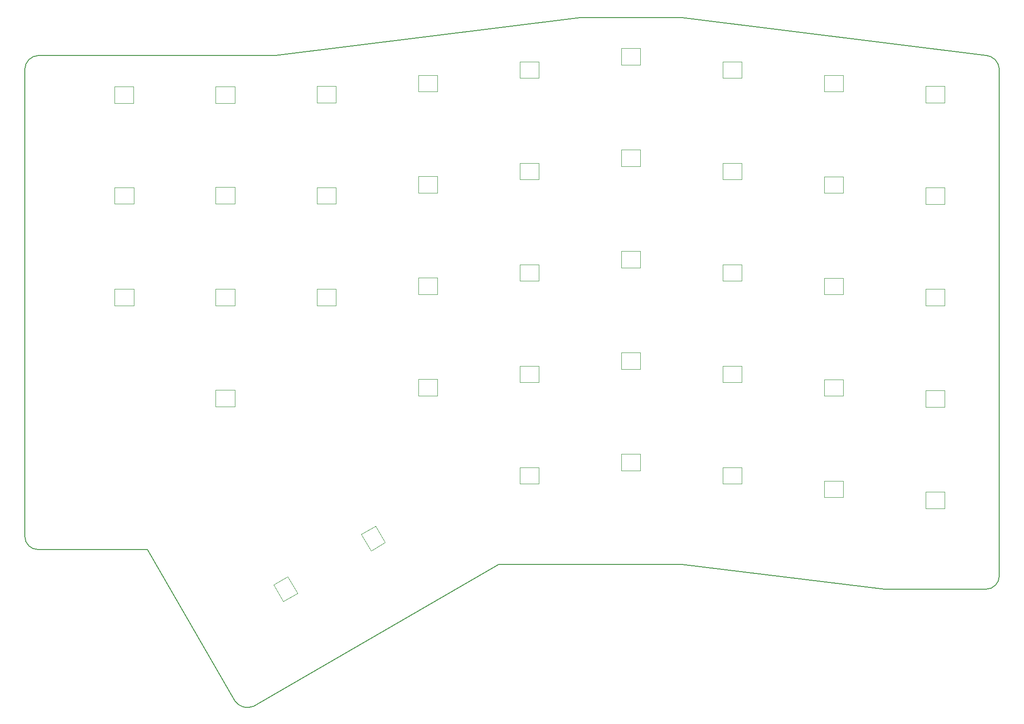
<source format=gm1>
G04 #@! TF.GenerationSoftware,KiCad,Pcbnew,8.0.6-8.0.6-0~ubuntu24.04.1*
G04 #@! TF.CreationDate,2024-10-27T13:02:53+01:00*
G04 #@! TF.ProjectId,NomadKeyboard,4e6f6d61-644b-4657-9962-6f6172642e6b,rev?*
G04 #@! TF.SameCoordinates,Original*
G04 #@! TF.FileFunction,Profile,NP*
%FSLAX46Y46*%
G04 Gerber Fmt 4.6, Leading zero omitted, Abs format (unit mm)*
G04 Created by KiCad (PCBNEW 8.0.6-8.0.6-0~ubuntu24.04.1) date 2024-10-27 13:02:53*
%MOMM*%
%LPD*%
G01*
G04 APERTURE LIST*
G04 #@! TA.AperFunction,Profile*
%ADD10C,0.150000*%
G04 #@! TD*
G04 #@! TA.AperFunction,Profile*
%ADD11C,0.120000*%
G04 #@! TD*
G04 APERTURE END LIST*
D10*
X84323143Y-161339883D02*
X67894832Y-132885213D01*
X149129117Y-32982640D02*
X91964120Y-40077640D01*
X44849041Y-130402640D02*
X44851703Y-42692494D01*
X227829120Y-42582640D02*
X227829120Y-137834875D01*
X44851703Y-42692494D02*
G75*
G02*
X47439120Y-40102651I2639997J-50106D01*
G01*
X168179120Y-135732640D02*
X133849120Y-135732640D01*
X67894832Y-132885213D02*
X54269120Y-132902639D01*
X87744275Y-162350785D02*
G75*
G02*
X84323112Y-161339904I-1095175J2588185D01*
G01*
X70486436Y-40077640D02*
X54339120Y-40102640D01*
X52809120Y-40102640D02*
X47439120Y-40102640D01*
X225341384Y-140342640D02*
X206273851Y-140342640D01*
X227829120Y-137834875D02*
G75*
G02*
X225341384Y-140342620I-2497720J-10025D01*
G01*
X206273851Y-140342640D02*
X168179120Y-135732640D01*
X54269120Y-132902639D02*
X52739120Y-132902639D01*
X168179120Y-32982640D02*
X149129117Y-32982640D01*
X47369120Y-132902639D02*
G75*
G02*
X44848981Y-130402640I-20020J2500039D01*
G01*
X91964120Y-40077640D02*
X70486436Y-40077640D01*
X87744275Y-162350785D02*
X133849120Y-135732640D01*
X225329523Y-40078158D02*
X168179120Y-32982640D01*
X54339120Y-40102640D02*
X52809120Y-40102640D01*
X52739120Y-132902639D02*
X47369120Y-132902639D01*
X225329523Y-40078158D02*
G75*
G02*
X227829118Y-42582640I-246523J-2745642D01*
G01*
D11*
X99689100Y-45853600D02*
X99689100Y-48953600D01*
X99689100Y-48953600D02*
X103289100Y-48953600D01*
X103289100Y-45853600D02*
X99689100Y-45853600D01*
X103289100Y-48953600D02*
X103289100Y-45853600D01*
X156850000Y-38751000D02*
X156850000Y-41851000D01*
X156850000Y-41851000D02*
X160450000Y-41851000D01*
X160450000Y-38751000D02*
X156850000Y-38751000D01*
X160450000Y-41851000D02*
X160450000Y-38751000D01*
X99689100Y-83953600D02*
X99689100Y-87053600D01*
X99689100Y-87053600D02*
X103289100Y-87053600D01*
X103289100Y-83953600D02*
X99689100Y-83953600D01*
X103289100Y-87053600D02*
X103289100Y-83953600D01*
X118739100Y-62803600D02*
X118739100Y-65903600D01*
X118739100Y-65903600D02*
X122339100Y-65903600D01*
X122339100Y-62803600D02*
X118739100Y-62803600D01*
X122339100Y-65903600D02*
X122339100Y-62803600D01*
X108050814Y-130014254D02*
X109850814Y-133131946D01*
X109850814Y-133131946D02*
X112535493Y-131581946D01*
X110735493Y-128464254D02*
X108050814Y-130014254D01*
X112535493Y-131581946D02*
X110735493Y-128464254D01*
X156850000Y-95901000D02*
X156850000Y-99001000D01*
X156850000Y-99001000D02*
X160450000Y-99001000D01*
X160450000Y-95901000D02*
X156850000Y-95901000D01*
X160450000Y-99001000D02*
X160450000Y-95901000D01*
X194950000Y-100953600D02*
X194950000Y-104053600D01*
X194950000Y-104053600D02*
X198550000Y-104053600D01*
X198550000Y-100953600D02*
X194950000Y-100953600D01*
X198550000Y-104053600D02*
X198550000Y-100953600D01*
X156849100Y-114953600D02*
X156849100Y-118053600D01*
X156849100Y-118053600D02*
X160449100Y-118053600D01*
X160449100Y-114953600D02*
X156849100Y-114953600D01*
X160449100Y-118053600D02*
X160449100Y-114953600D01*
X194949100Y-62853600D02*
X194949100Y-65953600D01*
X194949100Y-65953600D02*
X198549100Y-65953600D01*
X198549100Y-62853600D02*
X194949100Y-62853600D01*
X198549100Y-65953600D02*
X198549100Y-62853600D01*
X213999100Y-83953600D02*
X213999100Y-87053600D01*
X213999100Y-87053600D02*
X217599100Y-87053600D01*
X217599100Y-83953600D02*
X213999100Y-83953600D01*
X217599100Y-87053600D02*
X217599100Y-83953600D01*
X213999100Y-103003600D02*
X213999100Y-106103600D01*
X213999100Y-106103600D02*
X217599100Y-106103600D01*
X217599100Y-103003600D02*
X213999100Y-103003600D01*
X217599100Y-106103600D02*
X217599100Y-103003600D01*
X175899100Y-41253600D02*
X175899100Y-44353600D01*
X175899100Y-44353600D02*
X179499100Y-44353600D01*
X179499100Y-41253600D02*
X175899100Y-41253600D01*
X179499100Y-44353600D02*
X179499100Y-41253600D01*
X156849100Y-57803600D02*
X156849100Y-60903600D01*
X156849100Y-60903600D02*
X160449100Y-60903600D01*
X160449100Y-57803600D02*
X156849100Y-57803600D01*
X160449100Y-60903600D02*
X160449100Y-57803600D01*
X137799100Y-60303600D02*
X137799100Y-63403600D01*
X137799100Y-63403600D02*
X141399100Y-63403600D01*
X141399100Y-60303600D02*
X137799100Y-60303600D01*
X141399100Y-63403600D02*
X141399100Y-60303600D01*
X175899100Y-79352600D02*
X175899100Y-82452600D01*
X175899100Y-82452600D02*
X179499100Y-82452600D01*
X179499100Y-79352600D02*
X175899100Y-79352600D01*
X179499100Y-82452600D02*
X179499100Y-79352600D01*
X194949100Y-43802600D02*
X194949100Y-46902600D01*
X194949100Y-46902600D02*
X198549100Y-46902600D01*
X198549100Y-43802600D02*
X194949100Y-43802600D01*
X198549100Y-46902600D02*
X198549100Y-43802600D01*
X99689100Y-64899400D02*
X99689100Y-67999400D01*
X99689100Y-67999400D02*
X103289100Y-67999400D01*
X103289100Y-64899400D02*
X99689100Y-64899400D01*
X103289100Y-67999400D02*
X103289100Y-64899400D01*
X213999100Y-122052600D02*
X213999100Y-125152600D01*
X213999100Y-125152600D02*
X217599100Y-125152600D01*
X217599100Y-122052600D02*
X213999100Y-122052600D01*
X217599100Y-125152600D02*
X217599100Y-122052600D01*
X175899100Y-60302600D02*
X175899100Y-63402600D01*
X175899100Y-63402600D02*
X179499100Y-63402600D01*
X179499100Y-60302600D02*
X175899100Y-60302600D01*
X179499100Y-63402600D02*
X179499100Y-60302600D01*
X175900000Y-98401000D02*
X175900000Y-101501000D01*
X175900000Y-101501000D02*
X179500000Y-101501000D01*
X179500000Y-98401000D02*
X175900000Y-98401000D01*
X179500000Y-101501000D02*
X179500000Y-98401000D01*
X194949100Y-120003600D02*
X194949100Y-123103600D01*
X194949100Y-123103600D02*
X198549100Y-123103600D01*
X198549100Y-120003600D02*
X194949100Y-120003600D01*
X198549100Y-123103600D02*
X198549100Y-120003600D01*
X156849100Y-76853600D02*
X156849100Y-79953600D01*
X156849100Y-79953600D02*
X160449100Y-79953600D01*
X160449100Y-76853600D02*
X156849100Y-76853600D01*
X160449100Y-79953600D02*
X160449100Y-76853600D01*
X137800000Y-41251000D02*
X137800000Y-44351000D01*
X137800000Y-44351000D02*
X141400000Y-44351000D01*
X141400000Y-41251000D02*
X137800000Y-41251000D01*
X141400000Y-44351000D02*
X141400000Y-41251000D01*
X118739100Y-81853600D02*
X118739100Y-84953600D01*
X118739100Y-84953600D02*
X122339100Y-84953600D01*
X122339100Y-81853600D02*
X118739100Y-81853600D01*
X122339100Y-84953600D02*
X122339100Y-81853600D01*
X118739100Y-100902600D02*
X118739100Y-104002600D01*
X118739100Y-104002600D02*
X122339100Y-104002600D01*
X122339100Y-100902600D02*
X118739100Y-100902600D01*
X122339100Y-104002600D02*
X122339100Y-100902600D01*
X80689120Y-83953640D02*
X80689120Y-87053640D01*
X80689120Y-87053640D02*
X84289120Y-87053640D01*
X84289120Y-83953640D02*
X80689120Y-83953640D01*
X84289120Y-87053640D02*
X84289120Y-83953640D01*
X213999100Y-64902600D02*
X213999100Y-68002600D01*
X213999100Y-68002600D02*
X217599100Y-68002600D01*
X217599100Y-64902600D02*
X213999100Y-64902600D01*
X217599100Y-68002600D02*
X217599100Y-64902600D01*
X80689120Y-64853640D02*
X80689120Y-67953640D01*
X80689120Y-67953640D02*
X84289120Y-67953640D01*
X84289120Y-64853640D02*
X80689120Y-64853640D01*
X84289120Y-67953640D02*
X84289120Y-64853640D01*
X194949100Y-81903600D02*
X194949100Y-85003600D01*
X194949100Y-85003600D02*
X198549100Y-85003600D01*
X198549100Y-81903600D02*
X194949100Y-81903600D01*
X198549100Y-85003600D02*
X198549100Y-81903600D01*
X137789100Y-79353600D02*
X137789100Y-82453600D01*
X137789100Y-82453600D02*
X141389100Y-82453600D01*
X141389100Y-79353600D02*
X137789100Y-79353600D01*
X141389100Y-82453600D02*
X141389100Y-79353600D01*
X61689120Y-45942100D02*
X61689120Y-49042100D01*
X61689120Y-49042100D02*
X65289120Y-49042100D01*
X65289120Y-45942100D02*
X61689120Y-45942100D01*
X65289120Y-49042100D02*
X65289120Y-45942100D01*
X213999100Y-45853600D02*
X213999100Y-48953600D01*
X213999100Y-48953600D02*
X217599100Y-48953600D01*
X217599100Y-45853600D02*
X213999100Y-45853600D01*
X217599100Y-48953600D02*
X217599100Y-45853600D01*
X80689120Y-102953640D02*
X80689120Y-106053640D01*
X80689120Y-106053640D02*
X84289120Y-106053640D01*
X84289120Y-102953640D02*
X80689120Y-102953640D01*
X84289120Y-106053640D02*
X84289120Y-102953640D01*
X137799100Y-98403600D02*
X137799100Y-101503600D01*
X137799100Y-101503600D02*
X141399100Y-101503600D01*
X141399100Y-98403600D02*
X137799100Y-98403600D01*
X141399100Y-101503600D02*
X141399100Y-98403600D01*
X61699120Y-83953640D02*
X61699120Y-87053640D01*
X61699120Y-87053640D02*
X65299120Y-87053640D01*
X65299120Y-83953640D02*
X61699120Y-83953640D01*
X65299120Y-87053640D02*
X65299120Y-83953640D01*
X61699120Y-64899440D02*
X61699120Y-67999440D01*
X61699120Y-67999440D02*
X65299120Y-67999440D01*
X65299120Y-64899440D02*
X61699120Y-64899440D01*
X65299120Y-67999440D02*
X65299120Y-64899440D01*
X80689120Y-45953640D02*
X80689120Y-49053640D01*
X80689120Y-49053640D02*
X84289120Y-49053640D01*
X84289120Y-45953640D02*
X80689120Y-45953640D01*
X84289120Y-49053640D02*
X84289120Y-45953640D01*
X91550814Y-139541154D02*
X93350814Y-142658846D01*
X93350814Y-142658846D02*
X96035493Y-141108846D01*
X94235493Y-137991154D02*
X91550814Y-139541154D01*
X96035493Y-141108846D02*
X94235493Y-137991154D01*
X137799100Y-117452600D02*
X137799100Y-120552600D01*
X137799100Y-120552600D02*
X141399100Y-120552600D01*
X141399100Y-117452600D02*
X137799100Y-117452600D01*
X141399100Y-120552600D02*
X141399100Y-117452600D01*
X175899100Y-117453600D02*
X175899100Y-120553600D01*
X175899100Y-120553600D02*
X179499100Y-120553600D01*
X179499100Y-117453600D02*
X175899100Y-117453600D01*
X179499100Y-120553600D02*
X179499100Y-117453600D01*
X118749100Y-43803600D02*
X118749100Y-46903600D01*
X118749100Y-46903600D02*
X122349100Y-46903600D01*
X122349100Y-43803600D02*
X118749100Y-43803600D01*
X122349100Y-46903600D02*
X122349100Y-43803600D01*
M02*

</source>
